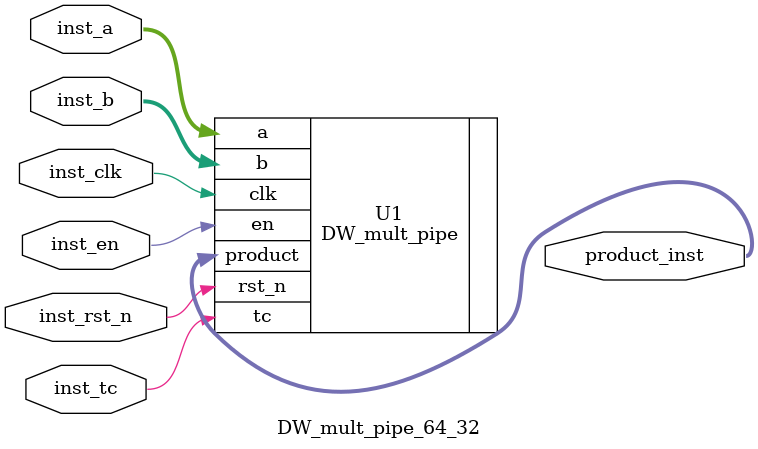
<source format=v>
`timescale 1ns / 1ps
`include "params.vh"

module MultiplyByQuantizedMultiplierSmallerThanOneExp #(
    parameter integer DEPTH = 3
)
(
    input clk,
    input rst,
    input signed [31:0] x,
    input signed [31:0] quantized_multiplier,
    input signed [31:0] shift,  // 此處視作 left_shift，後面會取負傳給 RoundingDivideByPOT
    input input_valid,
    output reg output_valid,
    output reg signed [31:0] x_mul_by_quantized_multiplier
);
    // 定義範圍常數
    localparam signed [7:0] NEG_128 = -128;
    localparam signed [7:0] POS_127 =  127;
    
    // Pipeline stage valid signals
    reg valid_stage1, valid_stage2 , valid_stage3, valid_stage4;

    // Pipeline registers for input and intermediate values
    reg signed [31:0] x_reg_s1, quantized_multiplier_reg_s1;
    reg signed [31:0] shift_reg_s1, neg_shift_s1;  // 保存輸入的 shift 及其負值
    reg signed [63:0] ab_64_s2, ab_64_s3;
    reg signed [31:0] ab_64_s1;
    reg overflow_s1, overflow_s2, overflow_s3;
    reg signed [30:0] nudge_s3;
    reg signed [31:0] ab_x2_high32_s3, ab_x2_high32_s4;
    reg [31:0] remainder_s4, threshold_s4;
    
    // 這裡直接將右移參數設定為 -shift
    wire signed [31:0] neg_shift_wire;
    assign neg_shift_wire = -shift;

    // Stage 1: 輸入登錄
    always @(posedge clk) begin
        if (!rst) valid_stage1 <= 0;
        else valid_stage1 <= input_valid;
    end

    always @(posedge clk) begin
        if (!rst) x_reg_s1 <= 0;
        else if (input_valid) x_reg_s1 <= x;
    end

    always @(posedge clk) begin
        if (!rst) quantized_multiplier_reg_s1 <= 0;
        else if (input_valid) quantized_multiplier_reg_s1 <= quantized_multiplier;
    end

    // 將 shift 登錄，並計算其負值
    always @(posedge clk) begin
        if (!rst) begin
            shift_reg_s1 <= 0;
            neg_shift_s1 <= 0;
        end else if (input_valid) begin
            shift_reg_s1 <= shift;
            neg_shift_s1 <= neg_shift_wire;  // neg_shift = -shift
        end
    end

    // 在 MultiplyByQuantizedMultiplierSmallerThanOneExp 中，不做 x 的額外左移
    always @(posedge clk) begin
        if (!rst) ab_64_s1 <= 0;
        else if (input_valid) ab_64_s1 <= x;  // 直接傳入 x
    end

    always @(posedge clk) begin
        if (!rst) overflow_s1 <= 0;
        else if (input_valid) overflow_s1 <= (x == quantized_multiplier && x == 32'h80000000);
    end

    // Stage 2: 與 quantized_multiplier 相乘
    always @(posedge clk) begin
        if (!rst) valid_stage2 <= 0;
        else valid_stage2 <= valid_stage1;
    end

    // always @(posedge clk) begin
    //     if (!rst) ab_64_s2 <= 0;
    //     else if (valid_stage1) ab_64_s2 <= ab_64_s1 * quantized_multiplier_reg_s1;
    // end
    // stage2a: 
    reg overflow_s2b[0:DEPTH-1];
    reg signed [31:0] neg_shift_s2b[0:DEPTH-1];
    reg valid_2b[0:DEPTH-1];
    integer i;

    always @(posedge clk) begin
        if (!rst) begin
            for(i = 0; i<DEPTH; i = i+1) begin
                overflow_s2b[i] <= 0;
                neg_shift_s2b[i] <= 0;
                valid_2b[i] <= 0;
            end
        end else begin
            overflow_s2b[0] <= overflow_s1;
            neg_shift_s2b[0] <= neg_shift_s1;
            valid_2b[0] <= valid_stage1;
            for(i = 0; i<DEPTH-1; i = i+1) begin
                overflow_s2b[i+1] <= overflow_s2b[i];
                neg_shift_s2b[i+1] <= neg_shift_s2b[i];
                valid_2b[i+1] <= valid_2b[i];
            end
        end
    end
    wire DW_mul_en;
    wire any_valid_2b;
    // 先把 unpacked copy 到一個 packed wire
    wire [DEPTH-1:0] valid_2b_vec;
    genvar j;
    generate
    for (j=0; j<DEPTH; j=j+1) begin
        assign valid_2b_vec[j] = valid_2b[j];
    end
    endgenerate
    assign any_valid_2b = |valid_2b_vec;
    assign DW_mul_en = valid_stage1 | any_valid_2b;
    DW_mult_pipe_64_32 DW_mult_pipe_inst_64_32
    (
        .inst_clk(clk),
        .inst_rst_n(rst),
        .inst_en(DW_mul_en),
        .inst_tc(1'b1),
        .inst_a(ab_64_s1),
        .inst_b(quantized_multiplier_reg_s1),
        .product_inst(ab_64_s2)
    );
    always @(posedge clk) begin
        if (!rst) overflow_s2 <= 0;
        else if (valid_stage1) overflow_s2 <= overflow_s1;
    end

    // Propagate neg_shift
    reg signed [31:0] neg_shift_s2;
    always @(posedge clk) begin
        if (!rst) neg_shift_s2 <= 0;
        else if (valid_stage1) neg_shift_s2 <= neg_shift_s1;
    end

    // Stage 3: Nudge 計算與提取高32位
    always @(posedge clk) begin
        if (!rst) valid_stage3 <= 0;
        // else valid_stage3 <= valid_stage2;
        else valid_stage3 <= valid_2b[DEPTH-2];
    end

    always @(posedge clk) begin
        if (!rst) nudge_s3 <= 0;
        // else if (valid_stage2) nudge_s3 <= (ab_64_s2 >= 0) ? (1 << 30) : (1 - (1 << 30));
        else if (valid_2b[DEPTH-2]) nudge_s3 <= (ab_64_s2 >= 0) ? (1 << 30) : (1 - (1 << 30));
    end

    always @(posedge clk) begin
        if (!rst) ab_64_s3 <= 0;
        // else if(valid_stage2) ab_64_s3 <= ab_64_s2;
        else if(valid_2b[DEPTH-2]) ab_64_s3 <= ab_64_s2;
    end

    always @(posedge clk) begin
        if (!rst) overflow_s3 <= 0;
        // else if (valid_stage2) overflow_s3 <= overflow_s2;
        else if (valid_2b[DEPTH-2]) overflow_s3 <= overflow_s2b[DEPTH-2];
    end

    // 這裡將 neg_shift 往後傳遞
    reg signed [31:0] neg_shift_s3;
    always @(posedge clk) begin
        if (!rst) neg_shift_s3 <= 0;
        // else if (valid_stage2) neg_shift_s3 <= neg_shift_s2;
        else if (valid_2b[DEPTH-2]) neg_shift_s3 <= neg_shift_s2b[DEPTH-2];
    end
 
    // Stage 4: RoundingDivideByPOT 的前段計算：計算 remainder 與 threshold
    // 取高32位並四捨五入 (模擬 SaturatingRoundingDoublingHighMul + RoundingDivideByPOT)
    wire signed [31:0] ab_x3_high32;
    assign ab_x3_high32 = overflow_s3 ? 32'h7FFFFFFF : ((ab_64_s3 + nudge_s3) >>> 31);

    always @(posedge clk) begin
        if (!rst) valid_stage4 <= 0;
        else valid_stage4 <= valid_stage3;
    end

    always @(posedge clk) begin
        if (!rst) remainder_s4 <= 0;
        else if (valid_stage3) remainder_s4 <= ab_x3_high32 & ((1 << neg_shift_s3) - 1);
    end

    always @(posedge clk) begin
        if (!rst) threshold_s4 <= 0;
        else if (valid_stage3) threshold_s4 <= (((1 << neg_shift_s3) - 1) >> 1) + ((ab_x3_high32 < 0) ? 1 : 0);
    end

    always @(posedge clk) begin
        if (!rst) ab_x2_high32_s4 <= 0;
        else if (valid_stage3) ab_x2_high32_s4 <= ab_x3_high32;
    end

    // Stage 5: Final calculation using RoundingDivideByPOT
    // 這裡直接將 ab_x2_high32_s4 以 neg_shift_s3 作為位移參數做 RoundingDivideByPOT
    // 如果 neg_shift_s3 為正，表示右移；若為負，則表示左移
    reg [1:0] right_shift_overflow_s4;
    // 這邊繼承前版檢查溢出邏輯，可依需要修改，此處直接沿用概念
    //（本範例僅示意，實際使用中可根據具體需求進行調整）
    always @(posedge clk) begin
        if(!rst) right_shift_overflow_s4 <= 0;
        else if(valid_stage3) begin
            // 這裡可以加入檢查溢出的邏輯，範例直接設定為 0
            right_shift_overflow_s4 <= 0;
        end
    end

    always @(posedge clk) begin
        if (!rst) output_valid <= 0;
        else output_valid <= valid_stage4;
    end
    
    wire signed [31:0] tmp_result;
    assign tmp_result = (ab_x2_high32_s4 >>> neg_shift_s3); // 注意：若 neg_shift_s3 為負，則此處視同左移

    always @(posedge clk) begin
        if (!rst) x_mul_by_quantized_multiplier <= 0;
        else if (valid_stage4) begin
            if(right_shift_overflow_s4 == 2'd2) begin
                x_mul_by_quantized_multiplier <= POS_127;
            end else if(right_shift_overflow_s4 == 2'd1) begin
                x_mul_by_quantized_multiplier <= NEG_128;
            end else begin 
                if (remainder_s4 > threshold_s4) begin
                    // x_mul_by_quantized_multiplier <= (tmp_result >= $signed(POS_127)) ? $signed(POS_127) : 
                    //                                  (tmp_result < $signed(NEG_128)) ? $signed(NEG_128) : tmp_result + 1;
                    x_mul_by_quantized_multiplier <= tmp_result + 1;
                end else begin
                    x_mul_by_quantized_multiplier <= tmp_result;
                end
            end
        end
    end
endmodule


module DW_mult_pipe_64_32 #(
    parameter integer DEPTH = 3
)
(inst_clk, inst_rst_n, inst_en, inst_tc, inst_a,
                         inst_b, product_inst );
  parameter inst_a_width = 32;
  parameter inst_b_width = 32;
  parameter inst_num_stages = 3;
  parameter inst_stall_mode = 1;
  parameter inst_rst_mode = 2;
  parameter inst_op_iso_mode = 0;

  input [inst_a_width-1 : 0] inst_a;
  input [inst_b_width-1 : 0] inst_b;
  input inst_tc;
  input inst_clk;
  input inst_en;
  input inst_rst_n;
  output [inst_a_width+inst_b_width-1 : 0] product_inst;
//   wire [inst_a_width+inst_b_width-1 : 0] product_result;
//   assign product_inst = product_result[63:0];
  // Instance of DW_mult_pipe
  DW_mult_pipe #(inst_a_width, inst_b_width, inst_num_stages,
                 inst_stall_mode, inst_rst_mode, inst_op_iso_mode) 
    U1 (.clk(inst_clk),   .rst_n(inst_rst_n),   .en(inst_en),
        .tc(inst_tc),   .a(inst_a),   .b(inst_b), 
        .product(product_inst) );
endmodule
</source>
